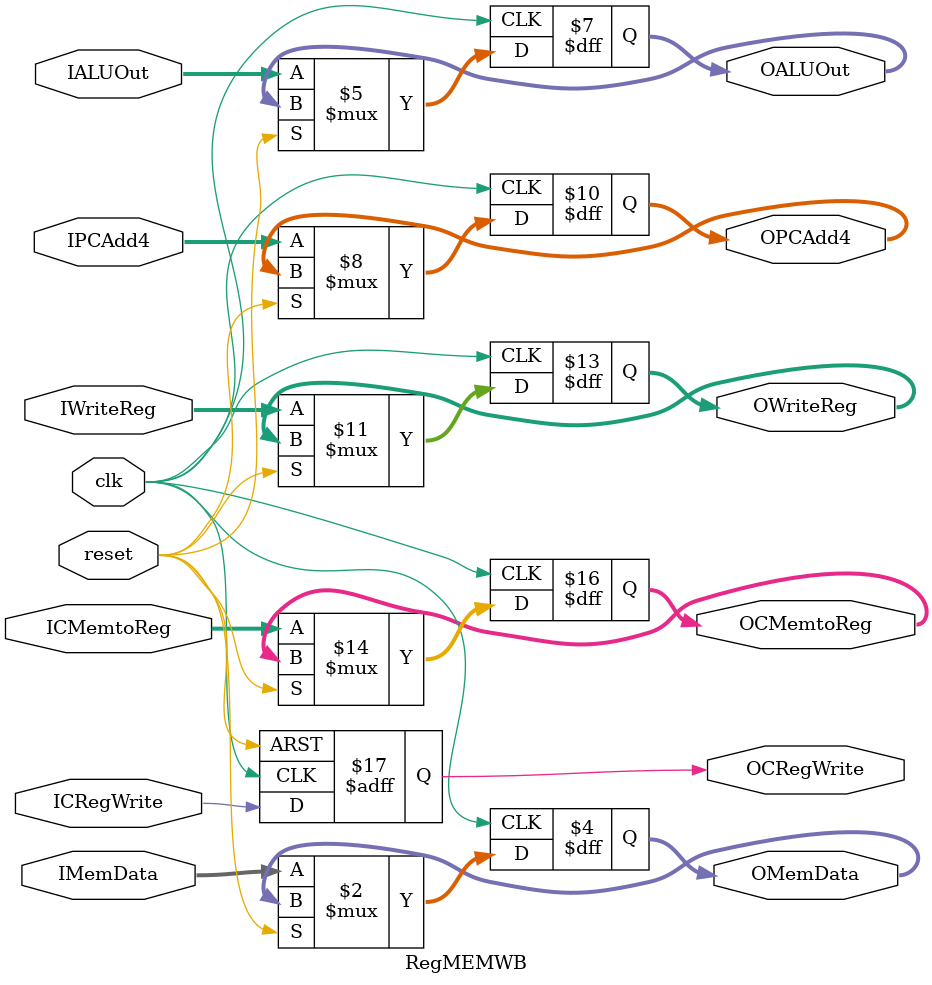
<source format=v>
module RegMEMWB (clk,
                 reset,
                 IMemData,
                 IALUOut,
                 IWriteReg,
                 IPCAdd4,
                 ICRegWrite,
                 ICMemtoReg,
                 OMemData,
                 OALUOut,
                 OWriteReg,
                 OPCAdd4,
                 OCRegWrite,
                 OCMemtoReg);
    input clk, reset;
    input [31:0] IMemData, IALUOut, IPCAdd4;
    input [4:0] IWriteReg;
    input [1:0] ICMemtoReg;
    input ICRegWrite;
    // input CFlush;
    output reg [31:0] OMemData, OALUOut, OPCAdd4;
    output reg [4:0] OWriteReg;
    output reg [1:0] OCMemtoReg;
    output reg OCRegWrite;
    
    always @(posedge clk or posedge reset) begin
        if (reset) begin
            OCRegWrite <= 0;
            // end else if (CFlush) begin
            // OCRegWrite <= 0;
            end else begin
            OMemData   <= IMemData;
            OALUOut    <= IALUOut;
            OWriteReg  <= IWriteReg;
            OPCAdd4    <= IPCAdd4;
            OCRegWrite <= ICRegWrite;
            OCMemtoReg <= ICMemtoReg;
        end
    end
    
endmodule

</source>
